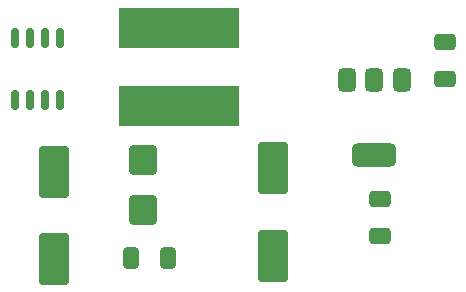
<source format=gtp>
%TF.GenerationSoftware,KiCad,Pcbnew,8.0.0*%
%TF.CreationDate,2024-05-08T18:40:02-04:00*%
%TF.ProjectId,myPowerBoardDesign,6d79506f-7765-4724-926f-617264446573,rev?*%
%TF.SameCoordinates,Original*%
%TF.FileFunction,Paste,Top*%
%TF.FilePolarity,Positive*%
%FSLAX46Y46*%
G04 Gerber Fmt 4.6, Leading zero omitted, Abs format (unit mm)*
G04 Created by KiCad (PCBNEW 8.0.0) date 2024-05-08 18:40:02*
%MOMM*%
%LPD*%
G01*
G04 APERTURE LIST*
G04 Aperture macros list*
%AMRoundRect*
0 Rectangle with rounded corners*
0 $1 Rounding radius*
0 $2 $3 $4 $5 $6 $7 $8 $9 X,Y pos of 4 corners*
0 Add a 4 corners polygon primitive as box body*
4,1,4,$2,$3,$4,$5,$6,$7,$8,$9,$2,$3,0*
0 Add four circle primitives for the rounded corners*
1,1,$1+$1,$2,$3*
1,1,$1+$1,$4,$5*
1,1,$1+$1,$6,$7*
1,1,$1+$1,$8,$9*
0 Add four rect primitives between the rounded corners*
20,1,$1+$1,$2,$3,$4,$5,0*
20,1,$1+$1,$4,$5,$6,$7,0*
20,1,$1+$1,$6,$7,$8,$9,0*
20,1,$1+$1,$8,$9,$2,$3,0*%
G04 Aperture macros list end*
%ADD10RoundRect,0.250000X-0.900000X1.000000X-0.900000X-1.000000X0.900000X-1.000000X0.900000X1.000000X0*%
%ADD11RoundRect,0.250000X0.650000X-0.412500X0.650000X0.412500X-0.650000X0.412500X-0.650000X-0.412500X0*%
%ADD12RoundRect,0.250000X-0.650000X0.412500X-0.650000X-0.412500X0.650000X-0.412500X0.650000X0.412500X0*%
%ADD13RoundRect,0.250000X0.412500X0.650000X-0.412500X0.650000X-0.412500X-0.650000X0.412500X-0.650000X0*%
%ADD14RoundRect,0.250000X-1.000000X1.950000X-1.000000X-1.950000X1.000000X-1.950000X1.000000X1.950000X0*%
%ADD15R,10.200000X3.500000*%
%ADD16RoundRect,0.375000X-0.375000X0.625000X-0.375000X-0.625000X0.375000X-0.625000X0.375000X0.625000X0*%
%ADD17RoundRect,0.500000X-1.400000X0.500000X-1.400000X-0.500000X1.400000X-0.500000X1.400000X0.500000X0*%
%ADD18RoundRect,0.150000X0.150000X-0.675000X0.150000X0.675000X-0.150000X0.675000X-0.150000X-0.675000X0*%
G04 APERTURE END LIST*
D10*
%TO.C,D1*%
X63977500Y-47872500D03*
X63977500Y-52172500D03*
%TD*%
D11*
%TO.C,C7*%
X84000000Y-54312500D03*
X84000000Y-51187500D03*
%TD*%
D12*
%TO.C,C5*%
X89500000Y-37937500D03*
X89500000Y-41062500D03*
%TD*%
D13*
%TO.C,C2*%
X66062500Y-56250000D03*
X62937500Y-56250000D03*
%TD*%
D14*
%TO.C,C1*%
X56400000Y-48900000D03*
X56400000Y-56300000D03*
%TD*%
D15*
%TO.C,L1*%
X67000000Y-43300000D03*
X67000000Y-36700000D03*
%TD*%
D16*
%TO.C,U1*%
X85850000Y-41150000D03*
X83550000Y-41150000D03*
D17*
X83550000Y-47450000D03*
D16*
X81250000Y-41150000D03*
%TD*%
D14*
%TO.C,C6*%
X75000000Y-48600000D03*
X75000000Y-56000000D03*
%TD*%
D18*
%TO.C,U2*%
X53095000Y-42825000D03*
X54365000Y-42825000D03*
X55635000Y-42825000D03*
X56905000Y-42825000D03*
X56905000Y-37575000D03*
X55635000Y-37575000D03*
X54365000Y-37575000D03*
X53095000Y-37575000D03*
%TD*%
M02*

</source>
